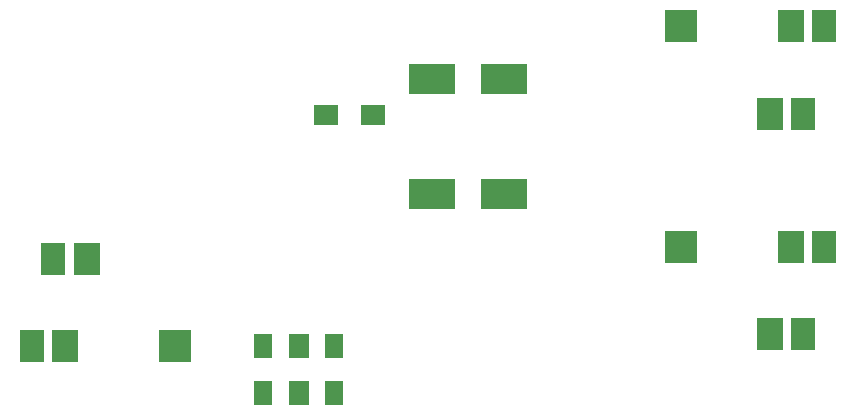
<source format=gbr>
G04 #@! TF.GenerationSoftware,KiCad,Pcbnew,5.1.5-52549c5~86~ubuntu18.04.1*
G04 #@! TF.CreationDate,2020-05-17T18:14:26-04:00*
G04 #@! TF.ProjectId,ft-891-Audio_Interface,66742d38-3931-42d4-9175-64696f5f496e,rev?*
G04 #@! TF.SameCoordinates,Original*
G04 #@! TF.FileFunction,Paste,Top*
G04 #@! TF.FilePolarity,Positive*
%FSLAX46Y46*%
G04 Gerber Fmt 4.6, Leading zero omitted, Abs format (unit mm)*
G04 Created by KiCad (PCBNEW 5.1.5-52549c5~86~ubuntu18.04.1) date 2020-05-17 18:14:26*
%MOMM*%
%LPD*%
G04 APERTURE LIST*
%ADD10R,2.800000X2.800000*%
%ADD11R,2.200000X2.800000*%
%ADD12R,2.000000X2.800000*%
%ADD13R,2.000000X1.700000*%
%ADD14R,1.700000X2.000000*%
%ADD15R,4.000000X2.500000*%
%ADD16R,1.600000X2.000000*%
G04 APERTURE END LIST*
D10*
X150636760Y-86854000D03*
D11*
X158136760Y-94254000D03*
D12*
X160936760Y-94254000D03*
D11*
X159936760Y-86854000D03*
D12*
X162736760Y-86854000D03*
D10*
X150636760Y-105499680D03*
D11*
X158136760Y-112899680D03*
D12*
X160936760Y-112899680D03*
D11*
X159936760Y-105499680D03*
D12*
X162736760Y-105499680D03*
D10*
X107769200Y-113915680D03*
D11*
X100269200Y-106515680D03*
D12*
X97469200Y-106515680D03*
D11*
X98469200Y-113915680D03*
D12*
X95669200Y-113915680D03*
D13*
X124545200Y-94324000D03*
X120545200Y-94324000D03*
D14*
X118219200Y-113920000D03*
X118219200Y-117920000D03*
D15*
X135622760Y-101071680D03*
X129522760Y-101071680D03*
X135595200Y-91324000D03*
X129495200Y-91324000D03*
D16*
X121219200Y-117920000D03*
X121219200Y-113920000D03*
X115219200Y-113920000D03*
X115219200Y-117920000D03*
M02*

</source>
